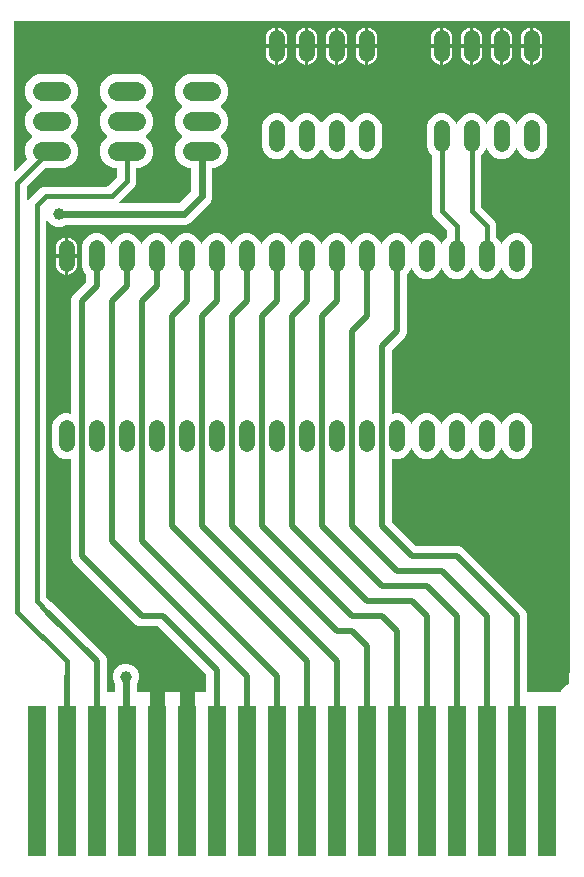
<source format=gbr>
G04 EAGLE Gerber RS-274X export*
G75*
%MOMM*%
%FSLAX34Y34*%
%LPD*%
%INBottom Copper*%
%IPPOS*%
%AMOC8*
5,1,8,0,0,1.08239X$1,22.5*%
G01*
%ADD10R,1.524000X12.700000*%
%ADD11C,1.320800*%
%ADD12C,1.650000*%
%ADD13C,1.270000*%
%ADD14C,0.508000*%
%ADD15C,0.406400*%
%ADD16C,0.609600*%
%ADD17C,1.006400*%

G36*
X103779Y151642D02*
X103779Y151642D01*
X103798Y151640D01*
X103900Y151662D01*
X104002Y151679D01*
X104019Y151688D01*
X104039Y151692D01*
X104128Y151745D01*
X104219Y151794D01*
X104233Y151808D01*
X104250Y151818D01*
X104317Y151897D01*
X104389Y151972D01*
X104397Y151990D01*
X104410Y152005D01*
X104449Y152101D01*
X104492Y152195D01*
X104494Y152215D01*
X104502Y152233D01*
X104520Y152400D01*
X104520Y157556D01*
X104506Y157646D01*
X104498Y157737D01*
X104486Y157767D01*
X104481Y157799D01*
X104438Y157879D01*
X104402Y157963D01*
X104376Y157995D01*
X104365Y158016D01*
X104342Y158038D01*
X104297Y158094D01*
X104231Y158161D01*
X102536Y162251D01*
X102536Y166679D01*
X104231Y170769D01*
X107361Y173899D01*
X111451Y175594D01*
X115879Y175594D01*
X119969Y173899D01*
X123099Y170769D01*
X124794Y166679D01*
X124794Y162251D01*
X123099Y158161D01*
X123033Y158094D01*
X122980Y158020D01*
X122920Y157951D01*
X122908Y157921D01*
X122889Y157895D01*
X122862Y157808D01*
X122828Y157723D01*
X122824Y157682D01*
X122817Y157659D01*
X122818Y157627D01*
X122810Y157556D01*
X122810Y152400D01*
X122813Y152380D01*
X122811Y152361D01*
X122833Y152259D01*
X122849Y152157D01*
X122859Y152140D01*
X122863Y152120D01*
X122916Y152031D01*
X122965Y151940D01*
X122979Y151926D01*
X122989Y151909D01*
X123068Y151842D01*
X123143Y151771D01*
X123161Y151762D01*
X123176Y151749D01*
X123272Y151710D01*
X123366Y151667D01*
X123386Y151665D01*
X123404Y151657D01*
X123571Y151639D01*
X181102Y151639D01*
X181122Y151642D01*
X181141Y151640D01*
X181243Y151662D01*
X181345Y151679D01*
X181362Y151688D01*
X181382Y151692D01*
X181471Y151745D01*
X181562Y151794D01*
X181576Y151808D01*
X181593Y151818D01*
X181660Y151897D01*
X181732Y151972D01*
X181740Y151990D01*
X181753Y152005D01*
X181792Y152101D01*
X181835Y152195D01*
X181837Y152215D01*
X181845Y152233D01*
X181863Y152400D01*
X181863Y166287D01*
X181849Y166377D01*
X181841Y166468D01*
X181829Y166498D01*
X181824Y166530D01*
X181781Y166611D01*
X181745Y166695D01*
X181719Y166727D01*
X181708Y166747D01*
X181685Y166770D01*
X181640Y166825D01*
X141425Y207040D01*
X141352Y207093D01*
X141282Y207153D01*
X141252Y207165D01*
X141226Y207184D01*
X141139Y207211D01*
X141054Y207245D01*
X141013Y207249D01*
X140991Y207256D01*
X140958Y207255D01*
X140887Y207263D01*
X125282Y207263D01*
X122108Y208578D01*
X68878Y261808D01*
X67563Y264982D01*
X67563Y348493D01*
X67556Y348538D01*
X67558Y348584D01*
X67536Y348659D01*
X67524Y348735D01*
X67502Y348776D01*
X67489Y348820D01*
X67445Y348884D01*
X67408Y348953D01*
X67375Y348984D01*
X67349Y349022D01*
X67286Y349069D01*
X67230Y349122D01*
X67188Y349141D01*
X67152Y349169D01*
X67078Y349193D01*
X67007Y349226D01*
X66961Y349231D01*
X66918Y349245D01*
X66840Y349244D01*
X66763Y349253D01*
X66718Y349243D01*
X66672Y349243D01*
X66541Y349205D01*
X66522Y349201D01*
X66518Y349198D01*
X66511Y349196D01*
X66026Y348995D01*
X60974Y348995D01*
X56306Y350929D01*
X52733Y354502D01*
X50799Y359170D01*
X50799Y377430D01*
X52733Y382098D01*
X56306Y385671D01*
X60974Y387605D01*
X66026Y387605D01*
X66511Y387404D01*
X66555Y387394D01*
X66597Y387374D01*
X66674Y387366D01*
X66750Y387348D01*
X66796Y387352D01*
X66841Y387347D01*
X66918Y387364D01*
X66995Y387371D01*
X67037Y387390D01*
X67082Y387399D01*
X67149Y387439D01*
X67220Y387471D01*
X67254Y387502D01*
X67293Y387526D01*
X67344Y387585D01*
X67401Y387637D01*
X67423Y387678D01*
X67453Y387713D01*
X67482Y387785D01*
X67519Y387853D01*
X67528Y387898D01*
X67545Y387941D01*
X67560Y388077D01*
X67563Y388095D01*
X67562Y388100D01*
X67563Y388107D01*
X67563Y484318D01*
X68878Y487492D01*
X80040Y498655D01*
X80093Y498728D01*
X80153Y498798D01*
X80165Y498828D01*
X80184Y498854D01*
X80211Y498941D01*
X80245Y499026D01*
X80249Y499067D01*
X80256Y499089D01*
X80255Y499122D01*
X80263Y499193D01*
X80263Y504456D01*
X80249Y504546D01*
X80241Y504637D01*
X80229Y504667D01*
X80224Y504699D01*
X80181Y504779D01*
X80145Y504863D01*
X80119Y504895D01*
X80108Y504916D01*
X80085Y504938D01*
X80040Y504994D01*
X78133Y506902D01*
X76199Y511570D01*
X76199Y529830D01*
X78133Y534498D01*
X81706Y538071D01*
X86374Y540005D01*
X91426Y540005D01*
X96094Y538071D01*
X99667Y534498D01*
X100897Y531530D01*
X100935Y531469D01*
X100964Y531404D01*
X100999Y531365D01*
X101026Y531321D01*
X101082Y531275D01*
X101130Y531222D01*
X101176Y531197D01*
X101216Y531164D01*
X101283Y531138D01*
X101346Y531104D01*
X101397Y531095D01*
X101445Y531076D01*
X101517Y531073D01*
X101588Y531060D01*
X101639Y531068D01*
X101691Y531066D01*
X101760Y531086D01*
X101831Y531096D01*
X101877Y531120D01*
X101927Y531134D01*
X101986Y531175D01*
X102050Y531207D01*
X102087Y531245D01*
X102129Y531274D01*
X102172Y531332D01*
X102222Y531383D01*
X102257Y531446D01*
X102276Y531472D01*
X102283Y531494D01*
X102303Y531530D01*
X103533Y534498D01*
X107106Y538071D01*
X111774Y540005D01*
X116826Y540005D01*
X121494Y538071D01*
X125067Y534498D01*
X126297Y531530D01*
X126335Y531469D01*
X126364Y531404D01*
X126399Y531365D01*
X126426Y531321D01*
X126482Y531275D01*
X126530Y531222D01*
X126576Y531197D01*
X126616Y531164D01*
X126683Y531138D01*
X126746Y531104D01*
X126797Y531095D01*
X126845Y531076D01*
X126917Y531073D01*
X126988Y531060D01*
X127039Y531068D01*
X127091Y531066D01*
X127160Y531086D01*
X127231Y531096D01*
X127277Y531120D01*
X127327Y531134D01*
X127386Y531175D01*
X127450Y531207D01*
X127487Y531245D01*
X127529Y531274D01*
X127572Y531332D01*
X127622Y531383D01*
X127657Y531446D01*
X127676Y531472D01*
X127683Y531494D01*
X127703Y531530D01*
X128933Y534498D01*
X132506Y538071D01*
X137174Y540005D01*
X142226Y540005D01*
X146894Y538071D01*
X150467Y534498D01*
X151697Y531530D01*
X151735Y531469D01*
X151764Y531404D01*
X151799Y531365D01*
X151826Y531321D01*
X151882Y531275D01*
X151930Y531222D01*
X151976Y531197D01*
X152016Y531164D01*
X152083Y531138D01*
X152146Y531104D01*
X152197Y531095D01*
X152245Y531076D01*
X152317Y531073D01*
X152388Y531060D01*
X152439Y531068D01*
X152491Y531066D01*
X152560Y531086D01*
X152631Y531096D01*
X152677Y531120D01*
X152727Y531134D01*
X152786Y531175D01*
X152850Y531207D01*
X152887Y531245D01*
X152929Y531274D01*
X152972Y531332D01*
X153022Y531383D01*
X153057Y531446D01*
X153076Y531472D01*
X153083Y531494D01*
X153103Y531530D01*
X154333Y534498D01*
X157906Y538071D01*
X162574Y540005D01*
X167626Y540005D01*
X172294Y538071D01*
X175867Y534498D01*
X177097Y531530D01*
X177135Y531469D01*
X177164Y531404D01*
X177199Y531365D01*
X177226Y531321D01*
X177282Y531275D01*
X177330Y531222D01*
X177376Y531197D01*
X177416Y531164D01*
X177483Y531138D01*
X177546Y531104D01*
X177597Y531095D01*
X177645Y531076D01*
X177717Y531073D01*
X177788Y531060D01*
X177839Y531068D01*
X177891Y531066D01*
X177960Y531086D01*
X178031Y531096D01*
X178077Y531120D01*
X178127Y531134D01*
X178186Y531175D01*
X178250Y531207D01*
X178287Y531245D01*
X178329Y531274D01*
X178372Y531332D01*
X178422Y531383D01*
X178457Y531446D01*
X178476Y531472D01*
X178483Y531494D01*
X178503Y531530D01*
X179733Y534498D01*
X183306Y538071D01*
X187974Y540005D01*
X193026Y540005D01*
X197694Y538071D01*
X201267Y534498D01*
X202497Y531530D01*
X202535Y531469D01*
X202564Y531404D01*
X202599Y531365D01*
X202626Y531321D01*
X202682Y531275D01*
X202730Y531222D01*
X202776Y531197D01*
X202816Y531164D01*
X202883Y531138D01*
X202946Y531104D01*
X202997Y531095D01*
X203045Y531076D01*
X203117Y531073D01*
X203188Y531060D01*
X203239Y531068D01*
X203291Y531066D01*
X203360Y531086D01*
X203431Y531096D01*
X203477Y531120D01*
X203527Y531134D01*
X203586Y531175D01*
X203650Y531207D01*
X203687Y531245D01*
X203729Y531274D01*
X203772Y531332D01*
X203822Y531383D01*
X203857Y531446D01*
X203876Y531472D01*
X203883Y531494D01*
X203903Y531530D01*
X205133Y534498D01*
X208706Y538071D01*
X213374Y540005D01*
X218426Y540005D01*
X223094Y538071D01*
X226667Y534498D01*
X227897Y531530D01*
X227935Y531469D01*
X227964Y531404D01*
X227999Y531365D01*
X228026Y531321D01*
X228082Y531275D01*
X228130Y531222D01*
X228176Y531197D01*
X228216Y531164D01*
X228283Y531138D01*
X228346Y531104D01*
X228397Y531095D01*
X228445Y531076D01*
X228517Y531073D01*
X228588Y531060D01*
X228639Y531068D01*
X228691Y531066D01*
X228760Y531086D01*
X228831Y531096D01*
X228877Y531120D01*
X228927Y531134D01*
X228986Y531175D01*
X229050Y531207D01*
X229087Y531245D01*
X229129Y531274D01*
X229172Y531332D01*
X229222Y531383D01*
X229257Y531446D01*
X229276Y531472D01*
X229283Y531494D01*
X229303Y531530D01*
X230533Y534498D01*
X234106Y538071D01*
X238774Y540005D01*
X243826Y540005D01*
X248494Y538071D01*
X252067Y534498D01*
X253297Y531530D01*
X253335Y531469D01*
X253364Y531404D01*
X253399Y531365D01*
X253426Y531321D01*
X253482Y531275D01*
X253530Y531222D01*
X253576Y531197D01*
X253616Y531164D01*
X253683Y531138D01*
X253746Y531104D01*
X253797Y531095D01*
X253845Y531076D01*
X253917Y531073D01*
X253988Y531060D01*
X254039Y531068D01*
X254091Y531066D01*
X254160Y531085D01*
X254231Y531096D01*
X254277Y531120D01*
X254327Y531134D01*
X254386Y531175D01*
X254450Y531207D01*
X254487Y531245D01*
X254529Y531274D01*
X254572Y531332D01*
X254622Y531383D01*
X254657Y531446D01*
X254676Y531472D01*
X254683Y531494D01*
X254703Y531530D01*
X255933Y534498D01*
X259506Y538071D01*
X264174Y540005D01*
X269226Y540005D01*
X273894Y538071D01*
X277467Y534498D01*
X278697Y531530D01*
X278735Y531469D01*
X278764Y531404D01*
X278799Y531365D01*
X278826Y531321D01*
X278882Y531275D01*
X278930Y531222D01*
X278976Y531197D01*
X279016Y531164D01*
X279083Y531138D01*
X279146Y531104D01*
X279197Y531095D01*
X279245Y531076D01*
X279317Y531073D01*
X279388Y531060D01*
X279439Y531068D01*
X279491Y531066D01*
X279560Y531085D01*
X279631Y531096D01*
X279677Y531120D01*
X279727Y531134D01*
X279786Y531175D01*
X279850Y531207D01*
X279887Y531245D01*
X279929Y531274D01*
X279972Y531332D01*
X280022Y531383D01*
X280057Y531446D01*
X280076Y531472D01*
X280083Y531494D01*
X280103Y531530D01*
X281333Y534498D01*
X284906Y538071D01*
X289574Y540005D01*
X294626Y540005D01*
X299294Y538071D01*
X302867Y534498D01*
X304097Y531530D01*
X304135Y531469D01*
X304164Y531404D01*
X304199Y531365D01*
X304226Y531321D01*
X304282Y531275D01*
X304330Y531222D01*
X304376Y531197D01*
X304416Y531164D01*
X304483Y531138D01*
X304546Y531104D01*
X304597Y531095D01*
X304645Y531076D01*
X304717Y531073D01*
X304788Y531060D01*
X304839Y531068D01*
X304891Y531066D01*
X304960Y531085D01*
X305031Y531096D01*
X305077Y531120D01*
X305127Y531134D01*
X305186Y531175D01*
X305250Y531207D01*
X305287Y531245D01*
X305329Y531274D01*
X305372Y531332D01*
X305422Y531383D01*
X305457Y531446D01*
X305476Y531472D01*
X305483Y531494D01*
X305503Y531530D01*
X306733Y534498D01*
X310306Y538071D01*
X314974Y540005D01*
X320026Y540005D01*
X324694Y538071D01*
X328267Y534498D01*
X329497Y531530D01*
X329535Y531469D01*
X329564Y531404D01*
X329599Y531365D01*
X329626Y531321D01*
X329682Y531275D01*
X329730Y531222D01*
X329776Y531197D01*
X329816Y531164D01*
X329883Y531138D01*
X329946Y531104D01*
X329997Y531095D01*
X330045Y531076D01*
X330117Y531073D01*
X330188Y531060D01*
X330239Y531068D01*
X330291Y531066D01*
X330360Y531085D01*
X330431Y531096D01*
X330477Y531120D01*
X330527Y531134D01*
X330586Y531175D01*
X330650Y531207D01*
X330687Y531245D01*
X330729Y531274D01*
X330772Y531332D01*
X330822Y531383D01*
X330857Y531446D01*
X330876Y531472D01*
X330883Y531494D01*
X330903Y531530D01*
X332133Y534498D01*
X335706Y538071D01*
X340374Y540005D01*
X345426Y540005D01*
X350094Y538071D01*
X353667Y534498D01*
X354897Y531530D01*
X354935Y531469D01*
X354964Y531404D01*
X354999Y531365D01*
X355026Y531321D01*
X355082Y531275D01*
X355130Y531222D01*
X355176Y531197D01*
X355216Y531164D01*
X355283Y531138D01*
X355346Y531104D01*
X355397Y531095D01*
X355445Y531076D01*
X355517Y531073D01*
X355588Y531060D01*
X355639Y531068D01*
X355691Y531066D01*
X355760Y531085D01*
X355831Y531096D01*
X355877Y531120D01*
X355927Y531134D01*
X355986Y531175D01*
X356050Y531207D01*
X356087Y531245D01*
X356129Y531274D01*
X356172Y531332D01*
X356222Y531383D01*
X356257Y531446D01*
X356276Y531472D01*
X356283Y531494D01*
X356303Y531530D01*
X357533Y534498D01*
X361106Y538071D01*
X365774Y540005D01*
X370826Y540005D01*
X375494Y538071D01*
X379067Y534498D01*
X380297Y531530D01*
X380335Y531469D01*
X380364Y531404D01*
X380399Y531365D01*
X380426Y531321D01*
X380482Y531275D01*
X380530Y531222D01*
X380576Y531197D01*
X380616Y531164D01*
X380683Y531138D01*
X380746Y531104D01*
X380797Y531095D01*
X380845Y531076D01*
X380917Y531073D01*
X380988Y531060D01*
X381039Y531068D01*
X381091Y531066D01*
X381160Y531085D01*
X381231Y531096D01*
X381277Y531120D01*
X381327Y531134D01*
X381386Y531175D01*
X381450Y531207D01*
X381487Y531245D01*
X381529Y531274D01*
X381572Y531332D01*
X381622Y531383D01*
X381657Y531446D01*
X381676Y531472D01*
X381683Y531494D01*
X381703Y531530D01*
X382933Y534498D01*
X385348Y536914D01*
X385401Y536988D01*
X385461Y537057D01*
X385473Y537087D01*
X385492Y537114D01*
X385519Y537201D01*
X385553Y537285D01*
X385557Y537326D01*
X385564Y537349D01*
X385563Y537381D01*
X385571Y537452D01*
X385571Y542418D01*
X385557Y542508D01*
X385549Y542599D01*
X385537Y542628D01*
X385532Y542660D01*
X385489Y542741D01*
X385453Y542825D01*
X385427Y542857D01*
X385416Y542878D01*
X385393Y542900D01*
X385348Y542956D01*
X374109Y554195D01*
X372871Y557183D01*
X372871Y605548D01*
X372857Y605638D01*
X372849Y605729D01*
X372837Y605759D01*
X372832Y605791D01*
X372789Y605871D01*
X372753Y605955D01*
X372727Y605987D01*
X372716Y606008D01*
X372693Y606030D01*
X372648Y606086D01*
X370233Y608502D01*
X368299Y613170D01*
X368299Y631430D01*
X370233Y636098D01*
X373806Y639671D01*
X378474Y641605D01*
X383526Y641605D01*
X388194Y639671D01*
X391767Y636098D01*
X392997Y633130D01*
X393035Y633069D01*
X393064Y633004D01*
X393099Y632965D01*
X393126Y632921D01*
X393182Y632875D01*
X393230Y632822D01*
X393276Y632797D01*
X393316Y632764D01*
X393383Y632738D01*
X393446Y632704D01*
X393497Y632695D01*
X393545Y632676D01*
X393617Y632673D01*
X393688Y632660D01*
X393739Y632668D01*
X393791Y632666D01*
X393860Y632686D01*
X393931Y632696D01*
X393977Y632720D01*
X394027Y632734D01*
X394086Y632775D01*
X394150Y632807D01*
X394187Y632845D01*
X394229Y632874D01*
X394272Y632932D01*
X394322Y632983D01*
X394357Y633046D01*
X394376Y633072D01*
X394383Y633094D01*
X394403Y633130D01*
X395633Y636098D01*
X399206Y639671D01*
X403874Y641605D01*
X408926Y641605D01*
X413594Y639671D01*
X417167Y636098D01*
X418397Y633130D01*
X418435Y633069D01*
X418464Y633004D01*
X418499Y632965D01*
X418526Y632921D01*
X418582Y632875D01*
X418630Y632822D01*
X418676Y632797D01*
X418716Y632764D01*
X418783Y632738D01*
X418846Y632704D01*
X418897Y632695D01*
X418945Y632676D01*
X419017Y632673D01*
X419088Y632660D01*
X419139Y632668D01*
X419191Y632666D01*
X419260Y632685D01*
X419331Y632696D01*
X419377Y632720D01*
X419427Y632734D01*
X419486Y632775D01*
X419550Y632807D01*
X419587Y632845D01*
X419629Y632874D01*
X419672Y632932D01*
X419722Y632983D01*
X419757Y633046D01*
X419776Y633072D01*
X419783Y633094D01*
X419803Y633130D01*
X421033Y636098D01*
X424606Y639671D01*
X429274Y641605D01*
X434326Y641605D01*
X438994Y639671D01*
X442567Y636098D01*
X443797Y633130D01*
X443835Y633069D01*
X443864Y633004D01*
X443899Y632965D01*
X443926Y632921D01*
X443982Y632875D01*
X444030Y632822D01*
X444076Y632797D01*
X444116Y632764D01*
X444183Y632738D01*
X444246Y632704D01*
X444297Y632695D01*
X444345Y632676D01*
X444417Y632673D01*
X444488Y632660D01*
X444539Y632668D01*
X444591Y632666D01*
X444660Y632685D01*
X444731Y632696D01*
X444777Y632720D01*
X444827Y632734D01*
X444886Y632775D01*
X444950Y632807D01*
X444987Y632845D01*
X445029Y632874D01*
X445072Y632932D01*
X445122Y632983D01*
X445157Y633046D01*
X445176Y633072D01*
X445183Y633094D01*
X445203Y633130D01*
X446433Y636098D01*
X450006Y639671D01*
X454674Y641605D01*
X459726Y641605D01*
X464394Y639671D01*
X467967Y636098D01*
X469901Y631430D01*
X469901Y613170D01*
X467967Y608502D01*
X464394Y604929D01*
X459726Y602995D01*
X454674Y602995D01*
X450006Y604929D01*
X446433Y608502D01*
X445203Y611470D01*
X445165Y611531D01*
X445136Y611596D01*
X445101Y611635D01*
X445074Y611679D01*
X445018Y611725D01*
X444970Y611778D01*
X444924Y611803D01*
X444884Y611836D01*
X444817Y611862D01*
X444754Y611896D01*
X444703Y611905D01*
X444655Y611924D01*
X444583Y611927D01*
X444512Y611940D01*
X444461Y611932D01*
X444409Y611934D01*
X444340Y611915D01*
X444269Y611904D01*
X444223Y611880D01*
X444173Y611866D01*
X444114Y611825D01*
X444050Y611793D01*
X444013Y611755D01*
X443971Y611726D01*
X443928Y611668D01*
X443878Y611617D01*
X443843Y611554D01*
X443824Y611528D01*
X443817Y611506D01*
X443797Y611470D01*
X442567Y608502D01*
X438994Y604929D01*
X434326Y602995D01*
X429274Y602995D01*
X424606Y604929D01*
X421033Y608502D01*
X419803Y611470D01*
X419765Y611531D01*
X419736Y611596D01*
X419701Y611635D01*
X419674Y611679D01*
X419618Y611725D01*
X419570Y611778D01*
X419524Y611803D01*
X419484Y611836D01*
X419417Y611862D01*
X419354Y611896D01*
X419303Y611905D01*
X419255Y611924D01*
X419183Y611927D01*
X419112Y611940D01*
X419061Y611932D01*
X419009Y611934D01*
X418940Y611915D01*
X418869Y611904D01*
X418823Y611880D01*
X418773Y611866D01*
X418714Y611825D01*
X418650Y611793D01*
X418613Y611755D01*
X418571Y611726D01*
X418528Y611668D01*
X418478Y611617D01*
X418443Y611554D01*
X418424Y611528D01*
X418417Y611506D01*
X418397Y611470D01*
X417167Y608502D01*
X414752Y606086D01*
X414699Y606012D01*
X414639Y605943D01*
X414627Y605913D01*
X414608Y605886D01*
X414581Y605799D01*
X414547Y605715D01*
X414543Y605674D01*
X414536Y605651D01*
X414537Y605619D01*
X414529Y605548D01*
X414529Y562482D01*
X414543Y562392D01*
X414551Y562301D01*
X414563Y562272D01*
X414568Y562240D01*
X414611Y562159D01*
X414647Y562075D01*
X414673Y562043D01*
X414684Y562022D01*
X414707Y562000D01*
X414752Y561944D01*
X423597Y553098D01*
X423598Y553098D01*
X425991Y550705D01*
X427229Y547717D01*
X427229Y537452D01*
X427243Y537362D01*
X427251Y537271D01*
X427263Y537241D01*
X427268Y537209D01*
X427311Y537129D01*
X427347Y537045D01*
X427373Y537013D01*
X427384Y536992D01*
X427407Y536970D01*
X427452Y536914D01*
X429867Y534498D01*
X431097Y531530D01*
X431135Y531469D01*
X431164Y531404D01*
X431199Y531365D01*
X431226Y531321D01*
X431282Y531275D01*
X431330Y531222D01*
X431376Y531197D01*
X431416Y531164D01*
X431483Y531138D01*
X431546Y531104D01*
X431597Y531095D01*
X431645Y531076D01*
X431717Y531073D01*
X431788Y531060D01*
X431839Y531068D01*
X431891Y531066D01*
X431960Y531085D01*
X432031Y531096D01*
X432077Y531120D01*
X432127Y531134D01*
X432186Y531175D01*
X432250Y531207D01*
X432287Y531245D01*
X432329Y531274D01*
X432372Y531332D01*
X432422Y531383D01*
X432457Y531446D01*
X432476Y531472D01*
X432483Y531494D01*
X432503Y531530D01*
X433733Y534498D01*
X437306Y538071D01*
X441974Y540005D01*
X447026Y540005D01*
X451694Y538071D01*
X455267Y534498D01*
X457201Y529830D01*
X457201Y511570D01*
X455267Y506902D01*
X451694Y503329D01*
X447026Y501395D01*
X441974Y501395D01*
X437306Y503329D01*
X433733Y506902D01*
X432503Y509870D01*
X432465Y509931D01*
X432436Y509996D01*
X432401Y510035D01*
X432374Y510079D01*
X432318Y510125D01*
X432270Y510178D01*
X432224Y510203D01*
X432184Y510236D01*
X432117Y510262D01*
X432054Y510296D01*
X432003Y510305D01*
X431955Y510324D01*
X431883Y510327D01*
X431812Y510340D01*
X431761Y510332D01*
X431709Y510334D01*
X431640Y510315D01*
X431569Y510304D01*
X431523Y510280D01*
X431473Y510266D01*
X431414Y510225D01*
X431350Y510193D01*
X431313Y510155D01*
X431271Y510126D01*
X431228Y510068D01*
X431178Y510017D01*
X431143Y509954D01*
X431124Y509928D01*
X431117Y509906D01*
X431097Y509870D01*
X429867Y506902D01*
X426294Y503329D01*
X421626Y501395D01*
X416574Y501395D01*
X411906Y503329D01*
X408333Y506902D01*
X407103Y509870D01*
X407065Y509931D01*
X407036Y509996D01*
X407001Y510035D01*
X406974Y510079D01*
X406918Y510125D01*
X406870Y510178D01*
X406824Y510203D01*
X406784Y510236D01*
X406717Y510262D01*
X406654Y510296D01*
X406603Y510305D01*
X406555Y510324D01*
X406483Y510327D01*
X406412Y510340D01*
X406361Y510332D01*
X406309Y510334D01*
X406240Y510315D01*
X406169Y510304D01*
X406123Y510280D01*
X406073Y510266D01*
X406014Y510225D01*
X405950Y510193D01*
X405913Y510155D01*
X405871Y510126D01*
X405828Y510068D01*
X405778Y510017D01*
X405743Y509954D01*
X405724Y509928D01*
X405717Y509906D01*
X405697Y509870D01*
X404467Y506902D01*
X400894Y503329D01*
X396226Y501395D01*
X391174Y501395D01*
X386506Y503329D01*
X382933Y506902D01*
X381703Y509870D01*
X381665Y509931D01*
X381636Y509996D01*
X381601Y510035D01*
X381574Y510079D01*
X381518Y510125D01*
X381470Y510178D01*
X381424Y510203D01*
X381384Y510236D01*
X381317Y510262D01*
X381254Y510296D01*
X381203Y510305D01*
X381155Y510324D01*
X381083Y510327D01*
X381012Y510340D01*
X380961Y510332D01*
X380909Y510334D01*
X380840Y510315D01*
X380769Y510304D01*
X380723Y510280D01*
X380673Y510266D01*
X380614Y510225D01*
X380550Y510193D01*
X380513Y510155D01*
X380471Y510126D01*
X380428Y510068D01*
X380378Y510017D01*
X380343Y509954D01*
X380324Y509928D01*
X380317Y509906D01*
X380297Y509870D01*
X379067Y506902D01*
X375494Y503329D01*
X370826Y501395D01*
X365774Y501395D01*
X361106Y503329D01*
X357533Y506902D01*
X356303Y509870D01*
X356265Y509931D01*
X356236Y509996D01*
X356201Y510035D01*
X356174Y510079D01*
X356118Y510125D01*
X356070Y510178D01*
X356024Y510203D01*
X355984Y510236D01*
X355917Y510262D01*
X355854Y510296D01*
X355803Y510305D01*
X355755Y510324D01*
X355683Y510327D01*
X355612Y510340D01*
X355561Y510332D01*
X355509Y510334D01*
X355440Y510315D01*
X355369Y510304D01*
X355323Y510280D01*
X355273Y510266D01*
X355214Y510225D01*
X355150Y510193D01*
X355113Y510155D01*
X355071Y510126D01*
X355028Y510068D01*
X354978Y510017D01*
X354943Y509954D01*
X354924Y509928D01*
X354917Y509906D01*
X354897Y509870D01*
X353667Y506902D01*
X351760Y504994D01*
X351707Y504920D01*
X351647Y504851D01*
X351635Y504821D01*
X351616Y504794D01*
X351589Y504707D01*
X351555Y504623D01*
X351551Y504582D01*
X351544Y504559D01*
X351545Y504527D01*
X351537Y504456D01*
X351537Y455482D01*
X350222Y452308D01*
X339060Y441145D01*
X339007Y441072D01*
X338947Y441002D01*
X338935Y440972D01*
X338916Y440946D01*
X338889Y440859D01*
X338855Y440774D01*
X338851Y440733D01*
X338844Y440711D01*
X338845Y440678D01*
X338837Y440607D01*
X338837Y388107D01*
X338844Y388062D01*
X338842Y388016D01*
X338864Y387941D01*
X338876Y387865D01*
X338898Y387824D01*
X338911Y387780D01*
X338955Y387716D01*
X338992Y387647D01*
X339025Y387616D01*
X339051Y387578D01*
X339114Y387531D01*
X339170Y387478D01*
X339212Y387459D01*
X339248Y387431D01*
X339322Y387407D01*
X339393Y387374D01*
X339439Y387369D01*
X339482Y387355D01*
X339560Y387356D01*
X339637Y387347D01*
X339682Y387357D01*
X339728Y387357D01*
X339859Y387395D01*
X339878Y387399D01*
X339882Y387402D01*
X339889Y387404D01*
X340374Y387605D01*
X345426Y387605D01*
X350094Y385671D01*
X353667Y382098D01*
X354897Y379130D01*
X354935Y379069D01*
X354964Y379004D01*
X354999Y378965D01*
X355026Y378921D01*
X355082Y378875D01*
X355130Y378822D01*
X355176Y378797D01*
X355216Y378764D01*
X355283Y378738D01*
X355346Y378704D01*
X355397Y378695D01*
X355445Y378676D01*
X355517Y378673D01*
X355588Y378660D01*
X355639Y378668D01*
X355691Y378666D01*
X355760Y378686D01*
X355831Y378696D01*
X355877Y378720D01*
X355927Y378734D01*
X355986Y378775D01*
X356050Y378807D01*
X356087Y378845D01*
X356129Y378874D01*
X356172Y378932D01*
X356222Y378983D01*
X356257Y379046D01*
X356276Y379072D01*
X356283Y379094D01*
X356303Y379130D01*
X357533Y382098D01*
X361106Y385671D01*
X365774Y387605D01*
X370826Y387605D01*
X375494Y385671D01*
X379067Y382098D01*
X380297Y379130D01*
X380335Y379069D01*
X380364Y379004D01*
X380399Y378965D01*
X380426Y378921D01*
X380482Y378875D01*
X380530Y378822D01*
X380576Y378797D01*
X380616Y378764D01*
X380683Y378738D01*
X380746Y378704D01*
X380797Y378695D01*
X380845Y378676D01*
X380917Y378673D01*
X380988Y378660D01*
X381039Y378668D01*
X381091Y378666D01*
X381160Y378685D01*
X381231Y378696D01*
X381277Y378720D01*
X381327Y378734D01*
X381386Y378775D01*
X381450Y378807D01*
X381487Y378845D01*
X381529Y378874D01*
X381572Y378932D01*
X381622Y378983D01*
X381657Y379046D01*
X381676Y379072D01*
X381683Y379094D01*
X381703Y379130D01*
X382933Y382098D01*
X386506Y385671D01*
X391174Y387605D01*
X396226Y387605D01*
X400894Y385671D01*
X404467Y382098D01*
X405697Y379130D01*
X405735Y379069D01*
X405764Y379004D01*
X405799Y378965D01*
X405826Y378921D01*
X405882Y378875D01*
X405930Y378822D01*
X405976Y378797D01*
X406016Y378764D01*
X406083Y378738D01*
X406146Y378704D01*
X406197Y378695D01*
X406245Y378676D01*
X406317Y378673D01*
X406388Y378660D01*
X406439Y378668D01*
X406491Y378666D01*
X406560Y378685D01*
X406631Y378696D01*
X406677Y378720D01*
X406727Y378734D01*
X406786Y378775D01*
X406850Y378807D01*
X406887Y378845D01*
X406929Y378874D01*
X406972Y378932D01*
X407022Y378983D01*
X407057Y379046D01*
X407076Y379072D01*
X407083Y379094D01*
X407103Y379130D01*
X408333Y382098D01*
X411906Y385671D01*
X416574Y387605D01*
X421626Y387605D01*
X426294Y385671D01*
X429867Y382098D01*
X431097Y379130D01*
X431135Y379069D01*
X431164Y379004D01*
X431199Y378965D01*
X431226Y378921D01*
X431282Y378875D01*
X431330Y378822D01*
X431376Y378797D01*
X431416Y378764D01*
X431483Y378738D01*
X431546Y378704D01*
X431597Y378695D01*
X431645Y378676D01*
X431717Y378673D01*
X431788Y378660D01*
X431839Y378668D01*
X431891Y378666D01*
X431960Y378685D01*
X432031Y378696D01*
X432077Y378720D01*
X432127Y378734D01*
X432186Y378775D01*
X432250Y378807D01*
X432287Y378845D01*
X432329Y378874D01*
X432372Y378932D01*
X432422Y378983D01*
X432457Y379046D01*
X432476Y379072D01*
X432483Y379094D01*
X432503Y379130D01*
X433733Y382098D01*
X437306Y385671D01*
X441974Y387605D01*
X447026Y387605D01*
X451694Y385671D01*
X455267Y382098D01*
X457201Y377430D01*
X457201Y359170D01*
X455267Y354502D01*
X451694Y350929D01*
X447026Y348995D01*
X441974Y348995D01*
X437306Y350929D01*
X433733Y354502D01*
X432503Y357470D01*
X432465Y357531D01*
X432436Y357596D01*
X432404Y357632D01*
X432383Y357667D01*
X432379Y357670D01*
X432374Y357679D01*
X432318Y357725D01*
X432270Y357778D01*
X432225Y357803D01*
X432196Y357827D01*
X432194Y357828D01*
X432184Y357836D01*
X432117Y357862D01*
X432054Y357896D01*
X432003Y357905D01*
X431968Y357919D01*
X431955Y357924D01*
X431902Y357926D01*
X431864Y357931D01*
X431812Y357940D01*
X431761Y357932D01*
X431709Y357934D01*
X431640Y357915D01*
X431569Y357904D01*
X431557Y357898D01*
X431556Y357898D01*
X431546Y357892D01*
X431523Y357880D01*
X431473Y357866D01*
X431414Y357825D01*
X431350Y357793D01*
X431341Y357784D01*
X431339Y357783D01*
X431312Y357755D01*
X431271Y357726D01*
X431228Y357668D01*
X431178Y357617D01*
X431172Y357607D01*
X431169Y357604D01*
X431163Y357591D01*
X431143Y357554D01*
X431124Y357528D01*
X431117Y357506D01*
X431097Y357470D01*
X429867Y354502D01*
X426294Y350929D01*
X421626Y348995D01*
X416574Y348995D01*
X411906Y350929D01*
X408333Y354502D01*
X407103Y357470D01*
X407065Y357531D01*
X407036Y357596D01*
X407004Y357632D01*
X406983Y357667D01*
X406979Y357670D01*
X406974Y357679D01*
X406918Y357725D01*
X406870Y357778D01*
X406825Y357803D01*
X406796Y357827D01*
X406794Y357828D01*
X406784Y357836D01*
X406717Y357862D01*
X406654Y357896D01*
X406603Y357905D01*
X406568Y357919D01*
X406555Y357924D01*
X406502Y357926D01*
X406464Y357931D01*
X406412Y357940D01*
X406361Y357932D01*
X406309Y357934D01*
X406240Y357915D01*
X406169Y357904D01*
X406157Y357898D01*
X406156Y357898D01*
X406146Y357892D01*
X406123Y357880D01*
X406073Y357866D01*
X406014Y357825D01*
X405950Y357793D01*
X405941Y357784D01*
X405939Y357783D01*
X405912Y357755D01*
X405871Y357726D01*
X405828Y357668D01*
X405778Y357617D01*
X405772Y357607D01*
X405769Y357604D01*
X405763Y357591D01*
X405743Y357554D01*
X405724Y357528D01*
X405717Y357506D01*
X405697Y357470D01*
X404467Y354502D01*
X400894Y350929D01*
X396226Y348995D01*
X391174Y348995D01*
X386506Y350929D01*
X382933Y354502D01*
X381703Y357470D01*
X381665Y357531D01*
X381636Y357596D01*
X381604Y357632D01*
X381583Y357667D01*
X381579Y357670D01*
X381574Y357679D01*
X381518Y357725D01*
X381470Y357778D01*
X381425Y357803D01*
X381396Y357827D01*
X381394Y357828D01*
X381384Y357836D01*
X381317Y357862D01*
X381254Y357896D01*
X381203Y357905D01*
X381168Y357919D01*
X381155Y357924D01*
X381102Y357926D01*
X381064Y357931D01*
X381012Y357940D01*
X380961Y357932D01*
X380909Y357934D01*
X380840Y357915D01*
X380769Y357904D01*
X380757Y357898D01*
X380756Y357898D01*
X380746Y357892D01*
X380723Y357880D01*
X380673Y357866D01*
X380614Y357825D01*
X380550Y357793D01*
X380541Y357784D01*
X380539Y357783D01*
X380512Y357755D01*
X380471Y357726D01*
X380428Y357668D01*
X380378Y357617D01*
X380372Y357607D01*
X380369Y357604D01*
X380363Y357591D01*
X380343Y357554D01*
X380324Y357528D01*
X380317Y357506D01*
X380297Y357470D01*
X379067Y354502D01*
X375494Y350929D01*
X370826Y348995D01*
X365774Y348995D01*
X361106Y350929D01*
X357533Y354502D01*
X356303Y357470D01*
X356266Y357531D01*
X356236Y357596D01*
X356204Y357632D01*
X356183Y357667D01*
X356179Y357670D01*
X356174Y357679D01*
X356119Y357725D01*
X356070Y357778D01*
X356025Y357803D01*
X355996Y357827D01*
X355994Y357828D01*
X355984Y357836D01*
X355917Y357862D01*
X355854Y357896D01*
X355803Y357905D01*
X355769Y357918D01*
X355768Y357919D01*
X355755Y357924D01*
X355703Y357926D01*
X355664Y357931D01*
X355612Y357940D01*
X355561Y357932D01*
X355509Y357934D01*
X355440Y357914D01*
X355369Y357904D01*
X355357Y357898D01*
X355356Y357898D01*
X355345Y357892D01*
X355323Y357880D01*
X355273Y357866D01*
X355214Y357825D01*
X355150Y357793D01*
X355142Y357784D01*
X355139Y357783D01*
X355112Y357754D01*
X355071Y357726D01*
X355028Y357668D01*
X354978Y357617D01*
X354972Y357607D01*
X354970Y357604D01*
X354963Y357591D01*
X354943Y357554D01*
X354924Y357528D01*
X354917Y357506D01*
X354897Y357470D01*
X353667Y354502D01*
X350094Y350929D01*
X345426Y348995D01*
X340374Y348995D01*
X339889Y349196D01*
X339845Y349206D01*
X339803Y349226D01*
X339726Y349234D01*
X339650Y349252D01*
X339604Y349248D01*
X339559Y349253D01*
X339482Y349236D01*
X339405Y349229D01*
X339363Y349210D01*
X339318Y349201D01*
X339251Y349161D01*
X339180Y349129D01*
X339146Y349098D01*
X339107Y349074D01*
X339056Y349015D01*
X338999Y348963D01*
X338977Y348922D01*
X338947Y348887D01*
X338918Y348815D01*
X338881Y348747D01*
X338872Y348702D01*
X338855Y348659D01*
X338840Y348523D01*
X338837Y348505D01*
X338838Y348500D01*
X338837Y348493D01*
X338837Y295993D01*
X338851Y295903D01*
X338859Y295812D01*
X338871Y295782D01*
X338876Y295750D01*
X338919Y295669D01*
X338955Y295585D01*
X338981Y295553D01*
X338992Y295533D01*
X339015Y295510D01*
X339060Y295455D01*
X358955Y275560D01*
X359028Y275507D01*
X359098Y275447D01*
X359128Y275435D01*
X359154Y275416D01*
X359241Y275389D01*
X359326Y275355D01*
X359367Y275351D01*
X359389Y275344D01*
X359422Y275345D01*
X359493Y275337D01*
X395418Y275337D01*
X398592Y274022D01*
X451822Y220792D01*
X453137Y217618D01*
X453137Y152400D01*
X453140Y152380D01*
X453138Y152361D01*
X453160Y152259D01*
X453176Y152157D01*
X453186Y152140D01*
X453190Y152120D01*
X453243Y152031D01*
X453292Y151940D01*
X453306Y151926D01*
X453316Y151909D01*
X453395Y151842D01*
X453470Y151771D01*
X453488Y151762D01*
X453503Y151749D01*
X453599Y151710D01*
X453693Y151667D01*
X453713Y151665D01*
X453731Y151657D01*
X453898Y151639D01*
X481438Y151639D01*
X481552Y151658D01*
X481669Y151675D01*
X481674Y151678D01*
X481680Y151679D01*
X481783Y151733D01*
X481888Y151786D01*
X481892Y151791D01*
X481898Y151794D01*
X481978Y151878D01*
X482060Y151962D01*
X482064Y151968D01*
X482067Y151972D01*
X482075Y151989D01*
X482141Y152109D01*
X482848Y153815D01*
X485885Y156852D01*
X488734Y158033D01*
X488834Y158094D01*
X488934Y158154D01*
X488938Y158159D01*
X488943Y158162D01*
X489018Y158252D01*
X489094Y158341D01*
X489096Y158347D01*
X489100Y158352D01*
X489142Y158460D01*
X489186Y158569D01*
X489187Y158577D01*
X489188Y158581D01*
X489189Y158600D01*
X489204Y158736D01*
X489204Y167347D01*
X489781Y168741D01*
X489796Y168804D01*
X489821Y168865D01*
X489830Y168948D01*
X489837Y168980D01*
X489836Y168999D01*
X489839Y169032D01*
X489839Y719078D01*
X489836Y719098D01*
X489838Y719117D01*
X489816Y719219D01*
X489800Y719321D01*
X489790Y719338D01*
X489786Y719358D01*
X489733Y719447D01*
X489684Y719538D01*
X489670Y719552D01*
X489660Y719569D01*
X489581Y719636D01*
X489506Y719708D01*
X489488Y719716D01*
X489473Y719729D01*
X489377Y719768D01*
X489283Y719811D01*
X489263Y719813D01*
X489245Y719821D01*
X489078Y719839D01*
X19722Y719839D01*
X19702Y719836D01*
X19683Y719838D01*
X19581Y719816D01*
X19479Y719800D01*
X19462Y719790D01*
X19442Y719786D01*
X19353Y719733D01*
X19262Y719684D01*
X19248Y719670D01*
X19231Y719660D01*
X19164Y719581D01*
X19092Y719506D01*
X19084Y719488D01*
X19071Y719473D01*
X19032Y719376D01*
X18989Y719283D01*
X18987Y719263D01*
X18979Y719245D01*
X18961Y719078D01*
X18961Y593634D01*
X18972Y593564D01*
X18974Y593492D01*
X18992Y593443D01*
X19000Y593392D01*
X19034Y593328D01*
X19059Y593261D01*
X19091Y593220D01*
X19116Y593174D01*
X19168Y593125D01*
X19212Y593069D01*
X19256Y593041D01*
X19294Y593005D01*
X19359Y592975D01*
X19419Y592936D01*
X19470Y592923D01*
X19517Y592901D01*
X19588Y592893D01*
X19658Y592876D01*
X19710Y592880D01*
X19761Y592874D01*
X19832Y592889D01*
X19903Y592895D01*
X19951Y592915D01*
X20002Y592926D01*
X20063Y592963D01*
X20129Y592991D01*
X20185Y593036D01*
X20213Y593053D01*
X20228Y593070D01*
X20260Y593096D01*
X29515Y602351D01*
X29583Y602445D01*
X29653Y602540D01*
X29655Y602546D01*
X29659Y602551D01*
X29693Y602662D01*
X29729Y602774D01*
X29729Y602780D01*
X29731Y602786D01*
X29728Y602903D01*
X29727Y603019D01*
X29725Y603027D01*
X29725Y603032D01*
X29718Y603049D01*
X29680Y603181D01*
X28203Y606746D01*
X28203Y612454D01*
X30387Y617727D01*
X34422Y621762D01*
X34434Y621778D01*
X34450Y621790D01*
X34506Y621878D01*
X34566Y621961D01*
X34572Y621980D01*
X34583Y621997D01*
X34608Y622098D01*
X34638Y622197D01*
X34638Y622216D01*
X34643Y622236D01*
X34635Y622339D01*
X34632Y622442D01*
X34625Y622461D01*
X34624Y622481D01*
X34583Y622576D01*
X34547Y622673D01*
X34535Y622689D01*
X34527Y622707D01*
X34422Y622838D01*
X30387Y626873D01*
X28203Y632146D01*
X28203Y637854D01*
X30387Y643127D01*
X34422Y647162D01*
X34434Y647178D01*
X34450Y647190D01*
X34506Y647278D01*
X34566Y647361D01*
X34572Y647380D01*
X34583Y647397D01*
X34608Y647498D01*
X34638Y647597D01*
X34638Y647616D01*
X34643Y647636D01*
X34635Y647739D01*
X34632Y647842D01*
X34625Y647861D01*
X34624Y647881D01*
X34583Y647976D01*
X34547Y648073D01*
X34535Y648089D01*
X34527Y648107D01*
X34422Y648238D01*
X30387Y652273D01*
X28203Y657546D01*
X28203Y663254D01*
X30387Y668527D01*
X34423Y672563D01*
X39696Y674747D01*
X61904Y674747D01*
X67177Y672563D01*
X71213Y668527D01*
X73397Y663254D01*
X73397Y657546D01*
X71213Y652273D01*
X67178Y648238D01*
X67166Y648222D01*
X67150Y648210D01*
X67094Y648122D01*
X67034Y648039D01*
X67028Y648020D01*
X67017Y648003D01*
X66992Y647902D01*
X66962Y647803D01*
X66962Y647784D01*
X66957Y647764D01*
X66965Y647661D01*
X66968Y647558D01*
X66975Y647539D01*
X66976Y647519D01*
X67017Y647424D01*
X67053Y647327D01*
X67065Y647311D01*
X67073Y647293D01*
X67178Y647162D01*
X71213Y643127D01*
X73397Y637854D01*
X73397Y632146D01*
X71213Y626873D01*
X67178Y622838D01*
X67166Y622822D01*
X67150Y622810D01*
X67094Y622722D01*
X67034Y622639D01*
X67028Y622620D01*
X67017Y622603D01*
X66992Y622502D01*
X66962Y622403D01*
X66962Y622384D01*
X66957Y622364D01*
X66965Y622261D01*
X66968Y622158D01*
X66975Y622139D01*
X66976Y622119D01*
X67017Y622024D01*
X67053Y621927D01*
X67065Y621911D01*
X67073Y621893D01*
X67178Y621762D01*
X71213Y617727D01*
X73397Y612454D01*
X73397Y606746D01*
X71213Y601473D01*
X67177Y597437D01*
X61904Y595253D01*
X45724Y595253D01*
X45634Y595239D01*
X45543Y595231D01*
X45514Y595219D01*
X45482Y595214D01*
X45401Y595171D01*
X45317Y595135D01*
X45285Y595109D01*
X45264Y595098D01*
X45242Y595075D01*
X45186Y595030D01*
X29942Y579786D01*
X29889Y579712D01*
X29829Y579643D01*
X29817Y579612D01*
X29798Y579586D01*
X29771Y579499D01*
X29737Y579414D01*
X29733Y579373D01*
X29726Y579351D01*
X29727Y579319D01*
X29719Y579248D01*
X29719Y568714D01*
X29734Y568618D01*
X29744Y568521D01*
X29754Y568497D01*
X29758Y568472D01*
X29804Y568386D01*
X29844Y568296D01*
X29861Y568277D01*
X29874Y568254D01*
X29944Y568187D01*
X30010Y568115D01*
X30033Y568103D01*
X30052Y568085D01*
X30140Y568044D01*
X30226Y567997D01*
X30251Y567992D01*
X30275Y567981D01*
X30372Y567970D01*
X30468Y567953D01*
X30494Y567957D01*
X30519Y567954D01*
X30615Y567975D01*
X30711Y567989D01*
X30734Y568001D01*
X30760Y568006D01*
X30844Y568056D01*
X30930Y568100D01*
X30949Y568119D01*
X30971Y568132D01*
X31034Y568207D01*
X31102Y568276D01*
X31118Y568305D01*
X31131Y568319D01*
X31143Y568350D01*
X31183Y568423D01*
X31209Y568485D01*
X33602Y570878D01*
X33603Y570878D01*
X38722Y575997D01*
X41115Y578391D01*
X44103Y579629D01*
X97918Y579629D01*
X98008Y579643D01*
X98099Y579651D01*
X98128Y579663D01*
X98160Y579668D01*
X98241Y579711D01*
X98325Y579747D01*
X98357Y579773D01*
X98378Y579784D01*
X98400Y579807D01*
X98456Y579852D01*
X105948Y587344D01*
X106001Y587418D01*
X106061Y587487D01*
X106073Y587518D01*
X106092Y587544D01*
X106119Y587631D01*
X106153Y587716D01*
X106157Y587757D01*
X106164Y587779D01*
X106163Y587811D01*
X106171Y587882D01*
X106171Y594492D01*
X106168Y594512D01*
X106170Y594531D01*
X106148Y594633D01*
X106132Y594735D01*
X106122Y594752D01*
X106118Y594772D01*
X106065Y594861D01*
X106016Y594952D01*
X106002Y594966D01*
X105992Y594983D01*
X105913Y595050D01*
X105838Y595122D01*
X105820Y595130D01*
X105805Y595143D01*
X105709Y595182D01*
X105615Y595225D01*
X105595Y595227D01*
X105577Y595235D01*
X105410Y595253D01*
X103196Y595253D01*
X97923Y597437D01*
X93887Y601473D01*
X91703Y606746D01*
X91703Y612454D01*
X93887Y617727D01*
X97922Y621762D01*
X97934Y621778D01*
X97950Y621790D01*
X98006Y621878D01*
X98066Y621961D01*
X98072Y621980D01*
X98083Y621997D01*
X98108Y622098D01*
X98138Y622197D01*
X98138Y622216D01*
X98143Y622236D01*
X98135Y622339D01*
X98132Y622442D01*
X98125Y622461D01*
X98124Y622481D01*
X98083Y622576D01*
X98047Y622673D01*
X98035Y622689D01*
X98027Y622707D01*
X97922Y622838D01*
X93887Y626873D01*
X91703Y632146D01*
X91703Y637854D01*
X93887Y643127D01*
X97922Y647162D01*
X97934Y647178D01*
X97950Y647190D01*
X98006Y647278D01*
X98066Y647361D01*
X98072Y647380D01*
X98083Y647397D01*
X98108Y647498D01*
X98138Y647597D01*
X98138Y647616D01*
X98143Y647636D01*
X98135Y647739D01*
X98132Y647842D01*
X98125Y647861D01*
X98124Y647881D01*
X98083Y647976D01*
X98047Y648073D01*
X98035Y648089D01*
X98027Y648107D01*
X97922Y648238D01*
X93887Y652273D01*
X91703Y657546D01*
X91703Y663254D01*
X93887Y668527D01*
X97923Y672563D01*
X103196Y674747D01*
X125404Y674747D01*
X130677Y672563D01*
X134713Y668527D01*
X136897Y663254D01*
X136897Y657546D01*
X134713Y652273D01*
X130678Y648238D01*
X130666Y648222D01*
X130650Y648210D01*
X130594Y648122D01*
X130534Y648039D01*
X130528Y648020D01*
X130517Y648003D01*
X130492Y647902D01*
X130462Y647803D01*
X130462Y647784D01*
X130457Y647764D01*
X130465Y647661D01*
X130468Y647558D01*
X130475Y647539D01*
X130476Y647519D01*
X130517Y647424D01*
X130553Y647327D01*
X130565Y647311D01*
X130573Y647293D01*
X130678Y647162D01*
X134713Y643127D01*
X136897Y637854D01*
X136897Y632146D01*
X134713Y626873D01*
X130678Y622838D01*
X130666Y622822D01*
X130650Y622810D01*
X130594Y622722D01*
X130534Y622639D01*
X130528Y622620D01*
X130517Y622603D01*
X130492Y622502D01*
X130462Y622403D01*
X130462Y622384D01*
X130457Y622364D01*
X130465Y622261D01*
X130468Y622158D01*
X130475Y622139D01*
X130476Y622119D01*
X130517Y622024D01*
X130553Y621927D01*
X130565Y621911D01*
X130573Y621893D01*
X130678Y621762D01*
X134713Y617727D01*
X136897Y612454D01*
X136897Y606746D01*
X134713Y601473D01*
X130677Y597437D01*
X125404Y595253D01*
X123190Y595253D01*
X123170Y595250D01*
X123151Y595252D01*
X123049Y595230D01*
X122947Y595214D01*
X122930Y595204D01*
X122910Y595200D01*
X122821Y595147D01*
X122730Y595098D01*
X122716Y595084D01*
X122699Y595074D01*
X122632Y594995D01*
X122560Y594920D01*
X122552Y594902D01*
X122539Y594887D01*
X122500Y594791D01*
X122457Y594697D01*
X122455Y594677D01*
X122447Y594659D01*
X122429Y594492D01*
X122429Y582583D01*
X121191Y579595D01*
X118797Y577202D01*
X108300Y566704D01*
X108258Y566646D01*
X108209Y566594D01*
X108187Y566547D01*
X108156Y566505D01*
X108135Y566436D01*
X108105Y566371D01*
X108099Y566319D01*
X108084Y566269D01*
X108086Y566198D01*
X108078Y566127D01*
X108089Y566076D01*
X108090Y566024D01*
X108115Y565956D01*
X108130Y565886D01*
X108157Y565841D01*
X108175Y565793D01*
X108220Y565737D01*
X108257Y565675D01*
X108296Y565641D01*
X108329Y565601D01*
X108389Y565562D01*
X108443Y565515D01*
X108492Y565496D01*
X108536Y565468D01*
X108605Y565450D01*
X108672Y565423D01*
X108743Y565415D01*
X108774Y565407D01*
X108797Y565409D01*
X108838Y565405D01*
X158457Y565405D01*
X158547Y565419D01*
X158638Y565427D01*
X158668Y565439D01*
X158700Y565444D01*
X158780Y565487D01*
X158864Y565523D01*
X158896Y565549D01*
X158917Y565560D01*
X158939Y565583D01*
X158995Y565628D01*
X168432Y575065D01*
X168485Y575139D01*
X168545Y575208D01*
X168557Y575238D01*
X168576Y575265D01*
X168603Y575352D01*
X168637Y575436D01*
X168641Y575477D01*
X168648Y575500D01*
X168647Y575532D01*
X168655Y575603D01*
X168655Y594492D01*
X168652Y594512D01*
X168654Y594531D01*
X168632Y594633D01*
X168616Y594735D01*
X168606Y594752D01*
X168602Y594772D01*
X168549Y594861D01*
X168500Y594952D01*
X168486Y594966D01*
X168476Y594983D01*
X168397Y595050D01*
X168322Y595122D01*
X168304Y595130D01*
X168289Y595143D01*
X168193Y595182D01*
X168099Y595225D01*
X168079Y595227D01*
X168061Y595235D01*
X167894Y595253D01*
X166696Y595253D01*
X161423Y597437D01*
X157387Y601473D01*
X155203Y606746D01*
X155203Y612454D01*
X157387Y617727D01*
X161422Y621762D01*
X161434Y621778D01*
X161450Y621790D01*
X161506Y621878D01*
X161566Y621961D01*
X161572Y621980D01*
X161583Y621997D01*
X161608Y622098D01*
X161638Y622197D01*
X161638Y622216D01*
X161643Y622236D01*
X161635Y622339D01*
X161632Y622442D01*
X161625Y622461D01*
X161624Y622481D01*
X161583Y622576D01*
X161547Y622673D01*
X161535Y622689D01*
X161527Y622707D01*
X161422Y622838D01*
X157387Y626873D01*
X155203Y632146D01*
X155203Y637854D01*
X157387Y643127D01*
X161422Y647162D01*
X161434Y647178D01*
X161450Y647190D01*
X161506Y647278D01*
X161566Y647361D01*
X161572Y647380D01*
X161583Y647397D01*
X161608Y647498D01*
X161638Y647597D01*
X161638Y647616D01*
X161643Y647636D01*
X161635Y647739D01*
X161632Y647842D01*
X161625Y647861D01*
X161624Y647881D01*
X161583Y647976D01*
X161547Y648073D01*
X161535Y648089D01*
X161527Y648107D01*
X161422Y648238D01*
X157387Y652273D01*
X155203Y657546D01*
X155203Y663254D01*
X157387Y668527D01*
X161423Y672563D01*
X166696Y674747D01*
X188904Y674747D01*
X194177Y672563D01*
X198213Y668527D01*
X200397Y663254D01*
X200397Y657546D01*
X198213Y652273D01*
X194178Y648238D01*
X194166Y648222D01*
X194150Y648210D01*
X194094Y648122D01*
X194034Y648039D01*
X194028Y648020D01*
X194017Y648003D01*
X193992Y647902D01*
X193962Y647803D01*
X193962Y647784D01*
X193957Y647764D01*
X193965Y647661D01*
X193968Y647558D01*
X193975Y647539D01*
X193976Y647519D01*
X194017Y647424D01*
X194053Y647327D01*
X194065Y647311D01*
X194073Y647293D01*
X194178Y647162D01*
X198213Y643127D01*
X200397Y637854D01*
X200397Y632146D01*
X198213Y626873D01*
X194178Y622838D01*
X194166Y622822D01*
X194150Y622810D01*
X194094Y622722D01*
X194034Y622639D01*
X194028Y622620D01*
X194017Y622603D01*
X193992Y622502D01*
X193962Y622403D01*
X193962Y622384D01*
X193957Y622364D01*
X193965Y622261D01*
X193968Y622158D01*
X193975Y622139D01*
X193976Y622119D01*
X194017Y622024D01*
X194053Y621927D01*
X194065Y621911D01*
X194073Y621893D01*
X194178Y621762D01*
X198213Y617727D01*
X200397Y612454D01*
X200397Y606746D01*
X198213Y601473D01*
X194177Y597437D01*
X188904Y595253D01*
X187706Y595253D01*
X187686Y595250D01*
X187667Y595252D01*
X187565Y595230D01*
X187463Y595214D01*
X187446Y595204D01*
X187426Y595200D01*
X187337Y595147D01*
X187246Y595098D01*
X187232Y595084D01*
X187215Y595074D01*
X187148Y594995D01*
X187076Y594920D01*
X187068Y594902D01*
X187055Y594887D01*
X187016Y594791D01*
X186973Y594697D01*
X186971Y594677D01*
X186963Y594659D01*
X186945Y594492D01*
X186945Y569681D01*
X185553Y566320D01*
X167740Y548507D01*
X164379Y547115D01*
X64059Y547115D01*
X63969Y547101D01*
X63878Y547093D01*
X63848Y547081D01*
X63816Y547076D01*
X63736Y547033D01*
X63652Y546997D01*
X63620Y546971D01*
X63599Y546960D01*
X63577Y546937D01*
X63521Y546892D01*
X63454Y546826D01*
X59364Y545131D01*
X54936Y545131D01*
X50846Y546826D01*
X47716Y549956D01*
X47693Y550010D01*
X47642Y550093D01*
X47596Y550179D01*
X47578Y550197D01*
X47564Y550219D01*
X47489Y550281D01*
X47418Y550348D01*
X47394Y550359D01*
X47374Y550376D01*
X47283Y550411D01*
X47195Y550452D01*
X47169Y550454D01*
X47145Y550464D01*
X47047Y550468D01*
X46951Y550479D01*
X46925Y550473D01*
X46899Y550474D01*
X46805Y550447D01*
X46710Y550426D01*
X46688Y550413D01*
X46663Y550406D01*
X46583Y550350D01*
X46499Y550300D01*
X46482Y550280D01*
X46461Y550266D01*
X46402Y550187D01*
X46339Y550113D01*
X46329Y550089D01*
X46314Y550068D01*
X46284Y549976D01*
X46247Y549885D01*
X46244Y549853D01*
X46238Y549834D01*
X46238Y549801D01*
X46229Y549718D01*
X46229Y232282D01*
X46243Y232192D01*
X46251Y232101D01*
X46263Y232072D01*
X46268Y232040D01*
X46311Y231959D01*
X46347Y231875D01*
X46373Y231843D01*
X46384Y231822D01*
X46407Y231800D01*
X46452Y231744D01*
X50549Y227647D01*
X50602Y227609D01*
X50649Y227563D01*
X50722Y227523D01*
X50749Y227503D01*
X50767Y227498D01*
X50796Y227482D01*
X51882Y227032D01*
X93685Y185229D01*
X96222Y182692D01*
X97537Y179518D01*
X97537Y152400D01*
X97540Y152380D01*
X97538Y152361D01*
X97560Y152259D01*
X97576Y152157D01*
X97586Y152140D01*
X97590Y152120D01*
X97643Y152031D01*
X97692Y151940D01*
X97706Y151926D01*
X97716Y151909D01*
X97795Y151842D01*
X97870Y151771D01*
X97888Y151762D01*
X97903Y151749D01*
X97999Y151710D01*
X98093Y151667D01*
X98113Y151665D01*
X98131Y151657D01*
X98298Y151639D01*
X103759Y151639D01*
X103779Y151642D01*
G37*
%LPC*%
G36*
X238774Y602995D02*
X238774Y602995D01*
X234106Y604929D01*
X230533Y608502D01*
X228599Y613170D01*
X228599Y631430D01*
X230533Y636098D01*
X234106Y639671D01*
X238774Y641605D01*
X243826Y641605D01*
X248494Y639671D01*
X252067Y636098D01*
X253297Y633130D01*
X253335Y633069D01*
X253364Y633004D01*
X253399Y632965D01*
X253426Y632921D01*
X253482Y632875D01*
X253530Y632822D01*
X253576Y632797D01*
X253616Y632764D01*
X253683Y632738D01*
X253746Y632704D01*
X253797Y632695D01*
X253845Y632676D01*
X253917Y632673D01*
X253988Y632660D01*
X254039Y632668D01*
X254091Y632666D01*
X254160Y632686D01*
X254231Y632696D01*
X254277Y632720D01*
X254327Y632734D01*
X254386Y632775D01*
X254450Y632807D01*
X254487Y632845D01*
X254529Y632874D01*
X254572Y632932D01*
X254622Y632983D01*
X254657Y633046D01*
X254676Y633072D01*
X254683Y633094D01*
X254703Y633130D01*
X255933Y636098D01*
X259506Y639671D01*
X264174Y641605D01*
X269226Y641605D01*
X273894Y639671D01*
X277467Y636098D01*
X278697Y633130D01*
X278735Y633069D01*
X278764Y633004D01*
X278799Y632965D01*
X278826Y632921D01*
X278882Y632875D01*
X278930Y632822D01*
X278976Y632797D01*
X279016Y632764D01*
X279083Y632738D01*
X279146Y632704D01*
X279197Y632695D01*
X279245Y632676D01*
X279317Y632673D01*
X279388Y632660D01*
X279439Y632668D01*
X279491Y632666D01*
X279560Y632686D01*
X279631Y632696D01*
X279677Y632720D01*
X279727Y632734D01*
X279786Y632775D01*
X279850Y632807D01*
X279887Y632845D01*
X279929Y632874D01*
X279972Y632932D01*
X280022Y632983D01*
X280057Y633046D01*
X280076Y633072D01*
X280083Y633094D01*
X280103Y633130D01*
X281333Y636098D01*
X284906Y639671D01*
X289574Y641605D01*
X294626Y641605D01*
X299294Y639671D01*
X302867Y636098D01*
X304097Y633130D01*
X304134Y633069D01*
X304164Y633004D01*
X304199Y632965D01*
X304226Y632921D01*
X304281Y632875D01*
X304330Y632822D01*
X304376Y632797D01*
X304416Y632764D01*
X304483Y632738D01*
X304546Y632704D01*
X304597Y632695D01*
X304645Y632676D01*
X304717Y632673D01*
X304788Y632660D01*
X304839Y632668D01*
X304891Y632666D01*
X304960Y632686D01*
X305031Y632696D01*
X305077Y632720D01*
X305127Y632734D01*
X305186Y632775D01*
X305250Y632807D01*
X305287Y632845D01*
X305329Y632874D01*
X305372Y632932D01*
X305422Y632983D01*
X305457Y633046D01*
X305476Y633072D01*
X305483Y633094D01*
X305503Y633130D01*
X306733Y636098D01*
X310306Y639671D01*
X314974Y641605D01*
X320026Y641605D01*
X324694Y639671D01*
X328267Y636098D01*
X330201Y631430D01*
X330201Y613170D01*
X328267Y608502D01*
X324694Y604929D01*
X320026Y602995D01*
X314974Y602995D01*
X310306Y604929D01*
X306733Y608502D01*
X305503Y611470D01*
X305465Y611531D01*
X305436Y611596D01*
X305401Y611635D01*
X305374Y611679D01*
X305318Y611725D01*
X305270Y611778D01*
X305224Y611803D01*
X305184Y611836D01*
X305117Y611862D01*
X305054Y611896D01*
X305003Y611905D01*
X304955Y611924D01*
X304883Y611927D01*
X304812Y611940D01*
X304761Y611932D01*
X304709Y611934D01*
X304640Y611914D01*
X304569Y611904D01*
X304523Y611880D01*
X304473Y611866D01*
X304414Y611825D01*
X304350Y611793D01*
X304313Y611755D01*
X304271Y611726D01*
X304228Y611668D01*
X304178Y611617D01*
X304143Y611554D01*
X304124Y611528D01*
X304117Y611506D01*
X304097Y611470D01*
X302867Y608502D01*
X299294Y604929D01*
X294626Y602995D01*
X289574Y602995D01*
X284906Y604929D01*
X281333Y608502D01*
X280103Y611470D01*
X280066Y611531D01*
X280036Y611596D01*
X280001Y611635D01*
X279974Y611679D01*
X279919Y611725D01*
X279870Y611778D01*
X279824Y611803D01*
X279784Y611836D01*
X279717Y611862D01*
X279654Y611896D01*
X279603Y611905D01*
X279555Y611924D01*
X279483Y611927D01*
X279412Y611940D01*
X279361Y611932D01*
X279309Y611934D01*
X279240Y611914D01*
X279169Y611904D01*
X279123Y611880D01*
X279073Y611866D01*
X279014Y611825D01*
X278950Y611793D01*
X278913Y611755D01*
X278871Y611726D01*
X278828Y611668D01*
X278778Y611617D01*
X278743Y611554D01*
X278724Y611528D01*
X278717Y611506D01*
X278697Y611470D01*
X277467Y608502D01*
X273894Y604929D01*
X269226Y602995D01*
X264174Y602995D01*
X259506Y604929D01*
X255933Y608502D01*
X254703Y611470D01*
X254666Y611531D01*
X254636Y611596D01*
X254601Y611635D01*
X254574Y611679D01*
X254519Y611725D01*
X254470Y611778D01*
X254424Y611803D01*
X254384Y611836D01*
X254317Y611862D01*
X254254Y611896D01*
X254203Y611905D01*
X254155Y611924D01*
X254083Y611927D01*
X254012Y611940D01*
X253961Y611932D01*
X253909Y611934D01*
X253840Y611914D01*
X253769Y611904D01*
X253723Y611880D01*
X253673Y611866D01*
X253614Y611825D01*
X253550Y611793D01*
X253513Y611755D01*
X253471Y611726D01*
X253428Y611668D01*
X253378Y611617D01*
X253343Y611554D01*
X253324Y611528D01*
X253317Y611506D01*
X253297Y611470D01*
X252067Y608502D01*
X248494Y604929D01*
X243826Y602995D01*
X238774Y602995D01*
G37*
%LPD*%
%LPC*%
G36*
X268223Y700023D02*
X268223Y700023D01*
X268223Y714125D01*
X269367Y713897D01*
X271032Y713208D01*
X272530Y712207D01*
X273803Y710934D01*
X274804Y709436D01*
X275493Y707771D01*
X275845Y706005D01*
X275845Y700023D01*
X268223Y700023D01*
G37*
%LPD*%
%LPC*%
G36*
X433323Y700023D02*
X433323Y700023D01*
X433323Y714125D01*
X434467Y713897D01*
X436132Y713208D01*
X437630Y712207D01*
X438903Y710934D01*
X439904Y709436D01*
X440593Y707771D01*
X440945Y706005D01*
X440945Y700023D01*
X433323Y700023D01*
G37*
%LPD*%
%LPC*%
G36*
X407923Y700023D02*
X407923Y700023D01*
X407923Y714125D01*
X409067Y713897D01*
X410732Y713208D01*
X412230Y712207D01*
X413503Y710934D01*
X414504Y709436D01*
X415193Y707771D01*
X415545Y706005D01*
X415545Y700023D01*
X407923Y700023D01*
G37*
%LPD*%
%LPC*%
G36*
X458723Y700023D02*
X458723Y700023D01*
X458723Y714125D01*
X459867Y713897D01*
X461532Y713208D01*
X463030Y712207D01*
X464303Y710934D01*
X465304Y709436D01*
X465993Y707771D01*
X466345Y706005D01*
X466345Y700023D01*
X458723Y700023D01*
G37*
%LPD*%
%LPC*%
G36*
X319023Y700023D02*
X319023Y700023D01*
X319023Y714125D01*
X320167Y713897D01*
X321832Y713208D01*
X323330Y712207D01*
X324603Y710934D01*
X325604Y709436D01*
X326293Y707771D01*
X326645Y706005D01*
X326645Y700023D01*
X319023Y700023D01*
G37*
%LPD*%
%LPC*%
G36*
X242823Y700023D02*
X242823Y700023D01*
X242823Y714125D01*
X243967Y713897D01*
X245632Y713208D01*
X247130Y712207D01*
X248403Y710934D01*
X249404Y709436D01*
X250093Y707771D01*
X250445Y706005D01*
X250445Y700023D01*
X242823Y700023D01*
G37*
%LPD*%
%LPC*%
G36*
X382523Y700023D02*
X382523Y700023D01*
X382523Y714125D01*
X383667Y713897D01*
X385332Y713208D01*
X386830Y712207D01*
X388103Y710934D01*
X389104Y709436D01*
X389793Y707771D01*
X390145Y706005D01*
X390145Y700023D01*
X382523Y700023D01*
G37*
%LPD*%
%LPC*%
G36*
X293623Y700023D02*
X293623Y700023D01*
X293623Y714125D01*
X294767Y713897D01*
X296432Y713208D01*
X297930Y712207D01*
X299203Y710934D01*
X300204Y709436D01*
X300893Y707771D01*
X301245Y706005D01*
X301245Y700023D01*
X293623Y700023D01*
G37*
%LPD*%
%LPC*%
G36*
X65023Y522223D02*
X65023Y522223D01*
X65023Y536325D01*
X66167Y536097D01*
X67832Y535408D01*
X69330Y534407D01*
X70603Y533134D01*
X71604Y531636D01*
X72293Y529971D01*
X72645Y528205D01*
X72645Y522223D01*
X65023Y522223D01*
G37*
%LPD*%
%LPC*%
G36*
X293623Y696977D02*
X293623Y696977D01*
X301245Y696977D01*
X301245Y690995D01*
X300893Y689229D01*
X300204Y687564D01*
X299203Y686066D01*
X297930Y684793D01*
X296432Y683792D01*
X294767Y683103D01*
X293623Y682875D01*
X293623Y696977D01*
G37*
%LPD*%
%LPC*%
G36*
X319023Y696977D02*
X319023Y696977D01*
X326645Y696977D01*
X326645Y690995D01*
X326293Y689229D01*
X325604Y687564D01*
X324603Y686066D01*
X323330Y684793D01*
X321832Y683792D01*
X320167Y683103D01*
X319023Y682875D01*
X319023Y696977D01*
G37*
%LPD*%
%LPC*%
G36*
X382523Y696977D02*
X382523Y696977D01*
X390145Y696977D01*
X390145Y690995D01*
X389793Y689229D01*
X389104Y687564D01*
X388103Y686066D01*
X386830Y684793D01*
X385332Y683792D01*
X383667Y683103D01*
X382523Y682875D01*
X382523Y696977D01*
G37*
%LPD*%
%LPC*%
G36*
X407923Y696977D02*
X407923Y696977D01*
X415545Y696977D01*
X415545Y690995D01*
X415193Y689229D01*
X414504Y687564D01*
X413503Y686066D01*
X412230Y684793D01*
X410732Y683792D01*
X409067Y683103D01*
X407923Y682875D01*
X407923Y696977D01*
G37*
%LPD*%
%LPC*%
G36*
X433323Y696977D02*
X433323Y696977D01*
X440945Y696977D01*
X440945Y690995D01*
X440593Y689229D01*
X439904Y687564D01*
X438903Y686066D01*
X437630Y684793D01*
X436132Y683792D01*
X434467Y683103D01*
X433323Y682875D01*
X433323Y696977D01*
G37*
%LPD*%
%LPC*%
G36*
X268223Y696977D02*
X268223Y696977D01*
X275845Y696977D01*
X275845Y690995D01*
X275493Y689229D01*
X274804Y687564D01*
X273803Y686066D01*
X272530Y684793D01*
X271032Y683792D01*
X269367Y683103D01*
X268223Y682875D01*
X268223Y696977D01*
G37*
%LPD*%
%LPC*%
G36*
X458723Y696977D02*
X458723Y696977D01*
X466345Y696977D01*
X466345Y690995D01*
X465993Y689229D01*
X465304Y687564D01*
X464303Y686066D01*
X463030Y684793D01*
X461532Y683792D01*
X459867Y683103D01*
X458723Y682875D01*
X458723Y696977D01*
G37*
%LPD*%
%LPC*%
G36*
X242823Y696977D02*
X242823Y696977D01*
X250445Y696977D01*
X250445Y690995D01*
X250093Y689229D01*
X249404Y687564D01*
X248403Y686066D01*
X247130Y684793D01*
X245632Y683792D01*
X243967Y683103D01*
X242823Y682875D01*
X242823Y696977D01*
G37*
%LPD*%
%LPC*%
G36*
X65023Y519177D02*
X65023Y519177D01*
X72645Y519177D01*
X72645Y513195D01*
X72293Y511429D01*
X71604Y509764D01*
X70603Y508266D01*
X69330Y506993D01*
X67832Y505992D01*
X66167Y505303D01*
X65023Y505075D01*
X65023Y519177D01*
G37*
%LPD*%
%LPC*%
G36*
X257555Y700023D02*
X257555Y700023D01*
X257555Y706005D01*
X257907Y707771D01*
X258596Y709436D01*
X259597Y710934D01*
X260870Y712207D01*
X262368Y713208D01*
X264033Y713897D01*
X265177Y714125D01*
X265177Y700023D01*
X257555Y700023D01*
G37*
%LPD*%
%LPC*%
G36*
X282955Y700023D02*
X282955Y700023D01*
X282955Y706005D01*
X283307Y707771D01*
X283996Y709436D01*
X284997Y710934D01*
X286270Y712207D01*
X287768Y713208D01*
X289433Y713897D01*
X290577Y714125D01*
X290577Y700023D01*
X282955Y700023D01*
G37*
%LPD*%
%LPC*%
G36*
X371855Y700023D02*
X371855Y700023D01*
X371855Y706005D01*
X372207Y707771D01*
X372896Y709436D01*
X373897Y710934D01*
X375170Y712207D01*
X376668Y713208D01*
X378333Y713897D01*
X379477Y714125D01*
X379477Y700023D01*
X371855Y700023D01*
G37*
%LPD*%
%LPC*%
G36*
X308355Y700023D02*
X308355Y700023D01*
X308355Y706005D01*
X308707Y707771D01*
X309396Y709436D01*
X310397Y710934D01*
X311670Y712207D01*
X313168Y713208D01*
X314833Y713897D01*
X315977Y714125D01*
X315977Y700023D01*
X308355Y700023D01*
G37*
%LPD*%
%LPC*%
G36*
X397255Y700023D02*
X397255Y700023D01*
X397255Y706005D01*
X397607Y707771D01*
X398296Y709436D01*
X399297Y710934D01*
X400570Y712207D01*
X402068Y713208D01*
X403733Y713897D01*
X404877Y714125D01*
X404877Y700023D01*
X397255Y700023D01*
G37*
%LPD*%
%LPC*%
G36*
X422655Y700023D02*
X422655Y700023D01*
X422655Y706005D01*
X423007Y707771D01*
X423696Y709436D01*
X424697Y710934D01*
X425970Y712207D01*
X427468Y713208D01*
X429133Y713897D01*
X430277Y714125D01*
X430277Y700023D01*
X422655Y700023D01*
G37*
%LPD*%
%LPC*%
G36*
X448055Y700023D02*
X448055Y700023D01*
X448055Y706005D01*
X448407Y707771D01*
X449096Y709436D01*
X450097Y710934D01*
X451370Y712207D01*
X452868Y713208D01*
X454533Y713897D01*
X455677Y714125D01*
X455677Y700023D01*
X448055Y700023D01*
G37*
%LPD*%
%LPC*%
G36*
X232155Y700023D02*
X232155Y700023D01*
X232155Y706005D01*
X232507Y707771D01*
X233196Y709436D01*
X234197Y710934D01*
X235470Y712207D01*
X236968Y713208D01*
X238633Y713897D01*
X239777Y714125D01*
X239777Y700023D01*
X232155Y700023D01*
G37*
%LPD*%
%LPC*%
G36*
X54355Y522223D02*
X54355Y522223D01*
X54355Y528205D01*
X54707Y529971D01*
X55396Y531636D01*
X56397Y533134D01*
X57670Y534407D01*
X59168Y535408D01*
X60833Y536097D01*
X61977Y536325D01*
X61977Y522223D01*
X54355Y522223D01*
G37*
%LPD*%
%LPC*%
G36*
X429133Y683103D02*
X429133Y683103D01*
X427468Y683792D01*
X425970Y684793D01*
X424697Y686066D01*
X423696Y687564D01*
X423007Y689229D01*
X422655Y690995D01*
X422655Y696977D01*
X430277Y696977D01*
X430277Y682875D01*
X429133Y683103D01*
G37*
%LPD*%
%LPC*%
G36*
X238633Y683103D02*
X238633Y683103D01*
X236968Y683792D01*
X235470Y684793D01*
X234197Y686066D01*
X233196Y687564D01*
X232507Y689229D01*
X232155Y690995D01*
X232155Y696977D01*
X239777Y696977D01*
X239777Y682875D01*
X238633Y683103D01*
G37*
%LPD*%
%LPC*%
G36*
X454533Y683103D02*
X454533Y683103D01*
X452868Y683792D01*
X451370Y684793D01*
X450097Y686066D01*
X449096Y687564D01*
X448407Y689229D01*
X448055Y690995D01*
X448055Y696977D01*
X455677Y696977D01*
X455677Y682875D01*
X454533Y683103D01*
G37*
%LPD*%
%LPC*%
G36*
X264033Y683103D02*
X264033Y683103D01*
X262368Y683792D01*
X260870Y684793D01*
X259597Y686066D01*
X258596Y687564D01*
X257907Y689229D01*
X257555Y690995D01*
X257555Y696977D01*
X265177Y696977D01*
X265177Y682875D01*
X264033Y683103D01*
G37*
%LPD*%
%LPC*%
G36*
X403733Y683103D02*
X403733Y683103D01*
X402068Y683792D01*
X400570Y684793D01*
X399297Y686066D01*
X398296Y687564D01*
X397607Y689229D01*
X397255Y690995D01*
X397255Y696977D01*
X404877Y696977D01*
X404877Y682875D01*
X403733Y683103D01*
G37*
%LPD*%
%LPC*%
G36*
X378333Y683103D02*
X378333Y683103D01*
X376668Y683792D01*
X375170Y684793D01*
X373897Y686066D01*
X372896Y687564D01*
X372207Y689229D01*
X371855Y690995D01*
X371855Y696977D01*
X379477Y696977D01*
X379477Y682875D01*
X378333Y683103D01*
G37*
%LPD*%
%LPC*%
G36*
X314833Y683103D02*
X314833Y683103D01*
X313168Y683792D01*
X311670Y684793D01*
X310397Y686066D01*
X309396Y687564D01*
X308707Y689229D01*
X308355Y690995D01*
X308355Y696977D01*
X315977Y696977D01*
X315977Y682875D01*
X314833Y683103D01*
G37*
%LPD*%
%LPC*%
G36*
X289433Y683103D02*
X289433Y683103D01*
X287768Y683792D01*
X286270Y684793D01*
X284997Y686066D01*
X283996Y687564D01*
X283307Y689229D01*
X282955Y690995D01*
X282955Y696977D01*
X290577Y696977D01*
X290577Y682875D01*
X289433Y683103D01*
G37*
%LPD*%
%LPC*%
G36*
X60833Y505303D02*
X60833Y505303D01*
X59168Y505992D01*
X57670Y506993D01*
X56397Y508266D01*
X55396Y509764D01*
X54707Y511429D01*
X54355Y513195D01*
X54355Y519177D01*
X61977Y519177D01*
X61977Y505075D01*
X60833Y505303D01*
G37*
%LPD*%
%LPC*%
G36*
X266699Y698499D02*
X266699Y698499D01*
X266699Y698501D01*
X266701Y698501D01*
X266701Y698499D01*
X266699Y698499D01*
G37*
%LPD*%
%LPC*%
G36*
X292099Y698499D02*
X292099Y698499D01*
X292099Y698501D01*
X292101Y698501D01*
X292101Y698499D01*
X292099Y698499D01*
G37*
%LPD*%
%LPC*%
G36*
X406399Y698499D02*
X406399Y698499D01*
X406399Y698501D01*
X406401Y698501D01*
X406401Y698499D01*
X406399Y698499D01*
G37*
%LPD*%
%LPC*%
G36*
X317499Y698499D02*
X317499Y698499D01*
X317499Y698501D01*
X317501Y698501D01*
X317501Y698499D01*
X317499Y698499D01*
G37*
%LPD*%
%LPC*%
G36*
X241299Y698499D02*
X241299Y698499D01*
X241299Y698501D01*
X241301Y698501D01*
X241301Y698499D01*
X241299Y698499D01*
G37*
%LPD*%
%LPC*%
G36*
X457199Y698499D02*
X457199Y698499D01*
X457199Y698501D01*
X457201Y698501D01*
X457201Y698499D01*
X457199Y698499D01*
G37*
%LPD*%
%LPC*%
G36*
X63499Y520699D02*
X63499Y520699D01*
X63499Y520701D01*
X63501Y520701D01*
X63501Y520699D01*
X63499Y520699D01*
G37*
%LPD*%
%LPC*%
G36*
X380999Y698499D02*
X380999Y698499D01*
X380999Y698501D01*
X381001Y698501D01*
X381001Y698499D01*
X380999Y698499D01*
G37*
%LPD*%
%LPC*%
G36*
X431799Y698499D02*
X431799Y698499D01*
X431799Y698501D01*
X431801Y698501D01*
X431801Y698499D01*
X431799Y698499D01*
G37*
%LPD*%
D10*
X38100Y76200D03*
X63500Y76200D03*
X88900Y76200D03*
X114300Y76200D03*
X139700Y76200D03*
X165100Y76200D03*
X190500Y76200D03*
X215900Y76200D03*
X241300Y76200D03*
X266700Y76200D03*
X292100Y76200D03*
X317500Y76200D03*
X342900Y76200D03*
X368300Y76200D03*
X393700Y76200D03*
X419100Y76200D03*
X444500Y76200D03*
X469900Y76200D03*
D11*
X444500Y514096D02*
X444500Y527304D01*
X419100Y527304D02*
X419100Y514096D01*
X292100Y514096D02*
X292100Y527304D01*
X266700Y527304D02*
X266700Y514096D01*
X393700Y514096D02*
X393700Y527304D01*
X368300Y527304D02*
X368300Y514096D01*
X317500Y514096D02*
X317500Y527304D01*
X342900Y527304D02*
X342900Y514096D01*
X241300Y514096D02*
X241300Y527304D01*
X215900Y527304D02*
X215900Y514096D01*
X190500Y514096D02*
X190500Y527304D01*
X165100Y527304D02*
X165100Y514096D01*
X139700Y514096D02*
X139700Y527304D01*
X114300Y527304D02*
X114300Y514096D01*
X88900Y514096D02*
X88900Y527304D01*
X63500Y527304D02*
X63500Y514096D01*
X63500Y374904D02*
X63500Y361696D01*
X88900Y361696D02*
X88900Y374904D01*
X114300Y374904D02*
X114300Y361696D01*
X139700Y361696D02*
X139700Y374904D01*
X165100Y374904D02*
X165100Y361696D01*
X190500Y361696D02*
X190500Y374904D01*
X215900Y374904D02*
X215900Y361696D01*
X241300Y361696D02*
X241300Y374904D01*
X266700Y374904D02*
X266700Y361696D01*
X292100Y361696D02*
X292100Y374904D01*
X317500Y374904D02*
X317500Y361696D01*
X342900Y361696D02*
X342900Y374904D01*
X368300Y374904D02*
X368300Y361696D01*
X393700Y361696D02*
X393700Y374904D01*
X419100Y374904D02*
X419100Y361696D01*
X444500Y361696D02*
X444500Y374904D01*
X317500Y691896D02*
X317500Y705104D01*
X292100Y705104D02*
X292100Y691896D01*
X292100Y628904D02*
X292100Y615696D01*
X317500Y615696D02*
X317500Y628904D01*
X266700Y691896D02*
X266700Y705104D01*
X241300Y705104D02*
X241300Y691896D01*
X266700Y628904D02*
X266700Y615696D01*
X241300Y615696D02*
X241300Y628904D01*
X457200Y691896D02*
X457200Y705104D01*
X431800Y705104D02*
X431800Y691896D01*
X431800Y628904D02*
X431800Y615696D01*
X457200Y615696D02*
X457200Y628904D01*
X406400Y691896D02*
X406400Y705104D01*
X381000Y705104D02*
X381000Y691896D01*
X406400Y628904D02*
X406400Y615696D01*
X381000Y615696D02*
X381000Y628904D01*
D12*
X186050Y609600D02*
X169550Y609600D01*
X169550Y635000D02*
X186050Y635000D01*
X186050Y660400D02*
X169550Y660400D01*
X122550Y609600D02*
X106050Y609600D01*
X106050Y635000D02*
X122550Y635000D01*
X122550Y660400D02*
X106050Y660400D01*
X59050Y609600D02*
X42550Y609600D01*
X42550Y635000D02*
X59050Y635000D01*
X59050Y660400D02*
X42550Y660400D01*
D13*
X165100Y165100D02*
X165100Y76200D01*
X139700Y76200D02*
X139700Y189230D01*
D14*
X355600Y266700D02*
X393700Y266700D01*
X355600Y266700D02*
X330200Y292100D01*
X330200Y444500D02*
X342900Y457200D01*
X342900Y520700D01*
X393700Y266700D02*
X444500Y215900D01*
X330200Y292100D02*
X330200Y444500D01*
X444500Y215900D02*
X444500Y76200D01*
X419100Y76200D02*
X419100Y215900D01*
X342900Y254000D02*
X304800Y292100D01*
X304800Y457200D01*
X317500Y469900D01*
X317500Y520700D01*
X381000Y254000D02*
X419100Y215900D01*
X381000Y254000D02*
X342900Y254000D01*
X292100Y482600D02*
X292100Y520700D01*
X292100Y482600D02*
X279400Y469900D01*
X279400Y292100D01*
X330200Y241300D01*
X368300Y241300D01*
X393700Y215900D01*
X393700Y76200D01*
X254000Y469900D02*
X266700Y482600D01*
X254000Y469900D02*
X254000Y292100D01*
X317500Y228600D01*
X355600Y228600D02*
X368300Y215900D01*
X368300Y76200D01*
X368300Y38100D01*
X368300Y63500D02*
X368300Y76200D01*
X266700Y482600D02*
X266700Y520700D01*
X317500Y228600D02*
X355600Y228600D01*
X241300Y482600D02*
X241300Y520700D01*
X241300Y482600D02*
X228600Y469900D01*
X228600Y292100D01*
X304800Y215900D01*
X330200Y215900D01*
X342900Y203200D01*
X342900Y76200D01*
X342900Y50800D01*
X215900Y482600D02*
X215900Y520700D01*
X215900Y482600D02*
X203200Y469900D01*
X203200Y292100D01*
X317500Y76200D02*
X317500Y63500D01*
X292100Y203200D02*
X203200Y292100D01*
X292100Y203200D02*
X304800Y203200D01*
X317500Y190500D01*
X317500Y76200D01*
X190500Y482600D02*
X190500Y520700D01*
X190500Y482600D02*
X177800Y469900D01*
X177800Y292100D01*
X292100Y177800D01*
X292100Y76200D01*
X165100Y482600D02*
X165100Y520700D01*
X165100Y482600D02*
X152400Y469900D01*
X152400Y292100D01*
X266700Y177800D01*
X266700Y76200D01*
X63500Y76200D02*
X63500Y165100D01*
D15*
X50800Y609600D02*
X48260Y609600D01*
X21590Y582930D01*
X21590Y219710D01*
X63500Y177800D02*
X63500Y165100D01*
X63500Y177800D02*
X21590Y219710D01*
X381000Y558800D02*
X393700Y546100D01*
X381000Y558800D02*
X381000Y622300D01*
X393700Y546100D02*
X393700Y520700D01*
D14*
X139700Y520700D02*
X139700Y495300D01*
X127000Y482600D01*
X127000Y279400D01*
X241300Y165100D01*
X241300Y76200D01*
X114300Y495300D02*
X114300Y520700D01*
X114300Y495300D02*
X101600Y482600D01*
X101600Y279400D01*
X215900Y165100D01*
X215900Y76200D01*
X88900Y495300D02*
X88900Y520700D01*
X88900Y495300D02*
X76200Y482600D01*
X76200Y266700D01*
X127000Y215900D01*
X144780Y215900D01*
X190500Y170180D01*
X190500Y76200D01*
D15*
X419100Y520700D02*
X419100Y546100D01*
X406400Y558800D01*
X406400Y622300D01*
D14*
X46990Y219710D02*
X88900Y177800D01*
X88900Y76200D01*
D15*
X46990Y219710D02*
X38100Y228600D01*
X38100Y563880D02*
X45720Y571500D01*
X101600Y571500D01*
X38100Y563880D02*
X38100Y228600D01*
X101600Y571500D02*
X114300Y584200D01*
X114300Y609600D01*
D16*
X177800Y609600D02*
X177800Y571500D01*
X162560Y556260D02*
X57150Y556260D01*
D17*
X57150Y556260D03*
X113665Y164465D03*
D16*
X113665Y89535D01*
X114300Y88900D01*
X114300Y76200D01*
X162560Y556260D02*
X177800Y571500D01*
M02*

</source>
